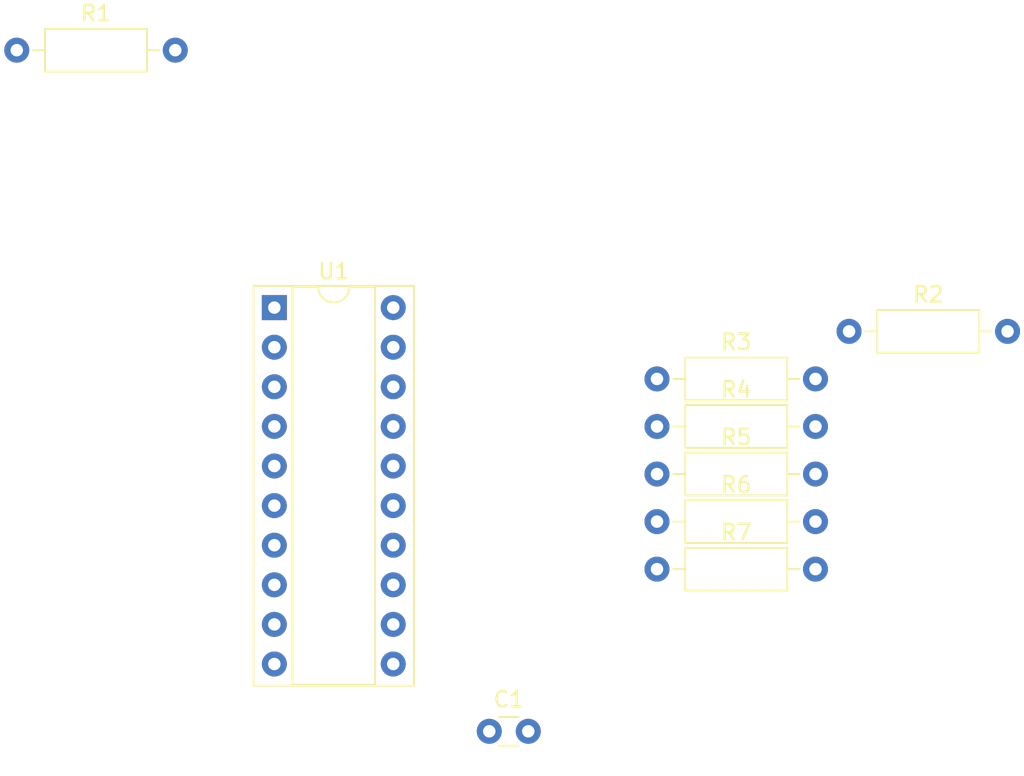
<source format=kicad_pcb>
(kicad_pcb (version 20171130) (host pcbnew 5.0.2-bee76a0~70~ubuntu18.04.1)

  (general
    (thickness 1.6)
    (drawings 0)
    (tracks 0)
    (zones 0)
    (modules 9)
    (nets 1)
  )

  (page A4)
  (layers
    (0 F.Cu signal)
    (31 B.Cu signal)
    (32 B.Adhes user)
    (33 F.Adhes user)
    (34 B.Paste user)
    (35 F.Paste user)
    (36 B.SilkS user)
    (37 F.SilkS user)
    (38 B.Mask user)
    (39 F.Mask user)
    (40 Dwgs.User user)
    (41 Cmts.User user)
    (42 Eco1.User user)
    (43 Eco2.User user)
    (44 Edge.Cuts user)
    (45 Margin user)
    (46 B.CrtYd user)
    (47 F.CrtYd user)
    (48 B.Fab user)
    (49 F.Fab user)
  )

  (setup
    (last_trace_width 0.25)
    (trace_clearance 0.2)
    (zone_clearance 0.508)
    (zone_45_only no)
    (trace_min 0.2)
    (segment_width 0.2)
    (edge_width 0.15)
    (via_size 0.8)
    (via_drill 0.4)
    (via_min_size 0.4)
    (via_min_drill 0.3)
    (uvia_size 0.3)
    (uvia_drill 0.1)
    (uvias_allowed no)
    (uvia_min_size 0.2)
    (uvia_min_drill 0.1)
    (pcb_text_width 0.3)
    (pcb_text_size 1.5 1.5)
    (mod_edge_width 0.15)
    (mod_text_size 1 1)
    (mod_text_width 0.15)
    (pad_size 1.524 1.524)
    (pad_drill 0.762)
    (pad_to_mask_clearance 0.051)
    (solder_mask_min_width 0.25)
    (aux_axis_origin 0 0)
    (visible_elements FFFFFF7F)
    (pcbplotparams
      (layerselection 0x010fc_ffffffff)
      (usegerberextensions false)
      (usegerberattributes false)
      (usegerberadvancedattributes false)
      (creategerberjobfile false)
      (excludeedgelayer true)
      (linewidth 0.100000)
      (plotframeref false)
      (viasonmask false)
      (mode 1)
      (useauxorigin false)
      (hpglpennumber 1)
      (hpglpenspeed 20)
      (hpglpendiameter 15.000000)
      (psnegative false)
      (psa4output false)
      (plotreference true)
      (plotvalue true)
      (plotinvisibletext false)
      (padsonsilk false)
      (subtractmaskfromsilk false)
      (outputformat 1)
      (mirror false)
      (drillshape 1)
      (scaleselection 1)
      (outputdirectory ""))
  )

  (net 0 "")

  (net_class Default "This is the default net class."
    (clearance 0.2)
    (trace_width 0.25)
    (via_dia 0.8)
    (via_drill 0.4)
    (uvia_dia 0.3)
    (uvia_drill 0.1)
  )

  (module Capacitor_THT:C_Disc_D3.0mm_W1.6mm_P2.50mm (layer F.Cu) (tedit 5AE50EF0) (tstamp 61788508)
    (at 128.075001 107.185001)
    (descr "C, Disc series, Radial, pin pitch=2.50mm, , diameter*width=3.0*1.6mm^2, Capacitor, http://www.vishay.com/docs/45233/krseries.pdf")
    (tags "C Disc series Radial pin pitch 2.50mm  diameter 3.0mm width 1.6mm Capacitor")
    (path /616C2198)
    (fp_text reference C1 (at 1.25 -2.05) (layer F.SilkS)
      (effects (font (size 1 1) (thickness 0.15)))
    )
    (fp_text value C (at 1.25 2.05) (layer F.Fab)
      (effects (font (size 1 1) (thickness 0.15)))
    )
    (fp_line (start -0.25 -0.8) (end -0.25 0.8) (layer F.Fab) (width 0.1))
    (fp_line (start -0.25 0.8) (end 2.75 0.8) (layer F.Fab) (width 0.1))
    (fp_line (start 2.75 0.8) (end 2.75 -0.8) (layer F.Fab) (width 0.1))
    (fp_line (start 2.75 -0.8) (end -0.25 -0.8) (layer F.Fab) (width 0.1))
    (fp_line (start 0.621 -0.92) (end 1.879 -0.92) (layer F.SilkS) (width 0.12))
    (fp_line (start 0.621 0.92) (end 1.879 0.92) (layer F.SilkS) (width 0.12))
    (fp_line (start -1.05 -1.05) (end -1.05 1.05) (layer F.CrtYd) (width 0.05))
    (fp_line (start -1.05 1.05) (end 3.55 1.05) (layer F.CrtYd) (width 0.05))
    (fp_line (start 3.55 1.05) (end 3.55 -1.05) (layer F.CrtYd) (width 0.05))
    (fp_line (start 3.55 -1.05) (end -1.05 -1.05) (layer F.CrtYd) (width 0.05))
    (fp_text user %R (at 1.25 0) (layer F.Fab)
      (effects (font (size 0.6 0.6) (thickness 0.09)))
    )
    (pad 1 thru_hole circle (at 0 0) (size 1.6 1.6) (drill 0.8) (layers *.Cu *.Mask))
    (pad 2 thru_hole circle (at 2.5 0) (size 1.6 1.6) (drill 0.8) (layers *.Cu *.Mask))
    (model ${KISYS3DMOD}/Capacitor_THT.3dshapes/C_Disc_D3.0mm_W1.6mm_P2.50mm.wrl
      (at (xyz 0 0 0))
      (scale (xyz 1 1 1))
      (rotate (xyz 0 0 0))
    )
  )

  (module Resistor_THT:R_Axial_DIN0207_L6.3mm_D2.5mm_P10.16mm_Horizontal (layer F.Cu) (tedit 5AE5139B) (tstamp 6178851F)
    (at 97.79 63.5)
    (descr "Resistor, Axial_DIN0207 series, Axial, Horizontal, pin pitch=10.16mm, 0.25W = 1/4W, length*diameter=6.3*2.5mm^2, http://cdn-reichelt.de/documents/datenblatt/B400/1_4W%23YAG.pdf")
    (tags "Resistor Axial_DIN0207 series Axial Horizontal pin pitch 10.16mm 0.25W = 1/4W length 6.3mm diameter 2.5mm")
    (path /616C4034)
    (fp_text reference R1 (at 5.08 -2.37) (layer F.SilkS)
      (effects (font (size 1 1) (thickness 0.15)))
    )
    (fp_text value R (at 5.08 2.37) (layer F.Fab)
      (effects (font (size 1 1) (thickness 0.15)))
    )
    (fp_line (start 1.93 -1.25) (end 1.93 1.25) (layer F.Fab) (width 0.1))
    (fp_line (start 1.93 1.25) (end 8.23 1.25) (layer F.Fab) (width 0.1))
    (fp_line (start 8.23 1.25) (end 8.23 -1.25) (layer F.Fab) (width 0.1))
    (fp_line (start 8.23 -1.25) (end 1.93 -1.25) (layer F.Fab) (width 0.1))
    (fp_line (start 0 0) (end 1.93 0) (layer F.Fab) (width 0.1))
    (fp_line (start 10.16 0) (end 8.23 0) (layer F.Fab) (width 0.1))
    (fp_line (start 1.81 -1.37) (end 1.81 1.37) (layer F.SilkS) (width 0.12))
    (fp_line (start 1.81 1.37) (end 8.35 1.37) (layer F.SilkS) (width 0.12))
    (fp_line (start 8.35 1.37) (end 8.35 -1.37) (layer F.SilkS) (width 0.12))
    (fp_line (start 8.35 -1.37) (end 1.81 -1.37) (layer F.SilkS) (width 0.12))
    (fp_line (start 1.04 0) (end 1.81 0) (layer F.SilkS) (width 0.12))
    (fp_line (start 9.12 0) (end 8.35 0) (layer F.SilkS) (width 0.12))
    (fp_line (start -1.05 -1.5) (end -1.05 1.5) (layer F.CrtYd) (width 0.05))
    (fp_line (start -1.05 1.5) (end 11.21 1.5) (layer F.CrtYd) (width 0.05))
    (fp_line (start 11.21 1.5) (end 11.21 -1.5) (layer F.CrtYd) (width 0.05))
    (fp_line (start 11.21 -1.5) (end -1.05 -1.5) (layer F.CrtYd) (width 0.05))
    (fp_text user %R (at 5.08 0) (layer F.Fab)
      (effects (font (size 1 1) (thickness 0.15)))
    )
    (pad 1 thru_hole circle (at 0 0) (size 1.6 1.6) (drill 0.8) (layers *.Cu *.Mask))
    (pad 2 thru_hole oval (at 10.16 0) (size 1.6 1.6) (drill 0.8) (layers *.Cu *.Mask))
    (model ${KISYS3DMOD}/Resistor_THT.3dshapes/R_Axial_DIN0207_L6.3mm_D2.5mm_P10.16mm_Horizontal.wrl
      (at (xyz 0 0 0))
      (scale (xyz 1 1 1))
      (rotate (xyz 0 0 0))
    )
  )

  (module Resistor_THT:R_Axial_DIN0207_L6.3mm_D2.5mm_P10.16mm_Horizontal (layer F.Cu) (tedit 5AE5139B) (tstamp 61788536)
    (at 151.135001 81.535001)
    (descr "Resistor, Axial_DIN0207 series, Axial, Horizontal, pin pitch=10.16mm, 0.25W = 1/4W, length*diameter=6.3*2.5mm^2, http://cdn-reichelt.de/documents/datenblatt/B400/1_4W%23YAG.pdf")
    (tags "Resistor Axial_DIN0207 series Axial Horizontal pin pitch 10.16mm 0.25W = 1/4W length 6.3mm diameter 2.5mm")
    (path /616C4873)
    (fp_text reference R2 (at 5.08 -2.37) (layer F.SilkS)
      (effects (font (size 1 1) (thickness 0.15)))
    )
    (fp_text value R (at 5.08 2.37) (layer F.Fab)
      (effects (font (size 1 1) (thickness 0.15)))
    )
    (fp_line (start 1.93 -1.25) (end 1.93 1.25) (layer F.Fab) (width 0.1))
    (fp_line (start 1.93 1.25) (end 8.23 1.25) (layer F.Fab) (width 0.1))
    (fp_line (start 8.23 1.25) (end 8.23 -1.25) (layer F.Fab) (width 0.1))
    (fp_line (start 8.23 -1.25) (end 1.93 -1.25) (layer F.Fab) (width 0.1))
    (fp_line (start 0 0) (end 1.93 0) (layer F.Fab) (width 0.1))
    (fp_line (start 10.16 0) (end 8.23 0) (layer F.Fab) (width 0.1))
    (fp_line (start 1.81 -1.37) (end 1.81 1.37) (layer F.SilkS) (width 0.12))
    (fp_line (start 1.81 1.37) (end 8.35 1.37) (layer F.SilkS) (width 0.12))
    (fp_line (start 8.35 1.37) (end 8.35 -1.37) (layer F.SilkS) (width 0.12))
    (fp_line (start 8.35 -1.37) (end 1.81 -1.37) (layer F.SilkS) (width 0.12))
    (fp_line (start 1.04 0) (end 1.81 0) (layer F.SilkS) (width 0.12))
    (fp_line (start 9.12 0) (end 8.35 0) (layer F.SilkS) (width 0.12))
    (fp_line (start -1.05 -1.5) (end -1.05 1.5) (layer F.CrtYd) (width 0.05))
    (fp_line (start -1.05 1.5) (end 11.21 1.5) (layer F.CrtYd) (width 0.05))
    (fp_line (start 11.21 1.5) (end 11.21 -1.5) (layer F.CrtYd) (width 0.05))
    (fp_line (start 11.21 -1.5) (end -1.05 -1.5) (layer F.CrtYd) (width 0.05))
    (fp_text user %R (at 5.08 0) (layer F.Fab)
      (effects (font (size 1 1) (thickness 0.15)))
    )
    (pad 1 thru_hole circle (at 0 0) (size 1.6 1.6) (drill 0.8) (layers *.Cu *.Mask))
    (pad 2 thru_hole oval (at 10.16 0) (size 1.6 1.6) (drill 0.8) (layers *.Cu *.Mask))
    (model ${KISYS3DMOD}/Resistor_THT.3dshapes/R_Axial_DIN0207_L6.3mm_D2.5mm_P10.16mm_Horizontal.wrl
      (at (xyz 0 0 0))
      (scale (xyz 1 1 1))
      (rotate (xyz 0 0 0))
    )
  )

  (module Resistor_THT:R_Axial_DIN0207_L6.3mm_D2.5mm_P10.16mm_Horizontal (layer F.Cu) (tedit 5AE5139B) (tstamp 6178854D)
    (at 138.825001 84.585001)
    (descr "Resistor, Axial_DIN0207 series, Axial, Horizontal, pin pitch=10.16mm, 0.25W = 1/4W, length*diameter=6.3*2.5mm^2, http://cdn-reichelt.de/documents/datenblatt/B400/1_4W%23YAG.pdf")
    (tags "Resistor Axial_DIN0207 series Axial Horizontal pin pitch 10.16mm 0.25W = 1/4W length 6.3mm diameter 2.5mm")
    (path /616C456E)
    (fp_text reference R3 (at 5.08 -2.37) (layer F.SilkS)
      (effects (font (size 1 1) (thickness 0.15)))
    )
    (fp_text value R (at 5.08 2.37) (layer F.Fab)
      (effects (font (size 1 1) (thickness 0.15)))
    )
    (fp_text user %R (at 5.08 0) (layer F.Fab)
      (effects (font (size 1 1) (thickness 0.15)))
    )
    (fp_line (start 11.21 -1.5) (end -1.05 -1.5) (layer F.CrtYd) (width 0.05))
    (fp_line (start 11.21 1.5) (end 11.21 -1.5) (layer F.CrtYd) (width 0.05))
    (fp_line (start -1.05 1.5) (end 11.21 1.5) (layer F.CrtYd) (width 0.05))
    (fp_line (start -1.05 -1.5) (end -1.05 1.5) (layer F.CrtYd) (width 0.05))
    (fp_line (start 9.12 0) (end 8.35 0) (layer F.SilkS) (width 0.12))
    (fp_line (start 1.04 0) (end 1.81 0) (layer F.SilkS) (width 0.12))
    (fp_line (start 8.35 -1.37) (end 1.81 -1.37) (layer F.SilkS) (width 0.12))
    (fp_line (start 8.35 1.37) (end 8.35 -1.37) (layer F.SilkS) (width 0.12))
    (fp_line (start 1.81 1.37) (end 8.35 1.37) (layer F.SilkS) (width 0.12))
    (fp_line (start 1.81 -1.37) (end 1.81 1.37) (layer F.SilkS) (width 0.12))
    (fp_line (start 10.16 0) (end 8.23 0) (layer F.Fab) (width 0.1))
    (fp_line (start 0 0) (end 1.93 0) (layer F.Fab) (width 0.1))
    (fp_line (start 8.23 -1.25) (end 1.93 -1.25) (layer F.Fab) (width 0.1))
    (fp_line (start 8.23 1.25) (end 8.23 -1.25) (layer F.Fab) (width 0.1))
    (fp_line (start 1.93 1.25) (end 8.23 1.25) (layer F.Fab) (width 0.1))
    (fp_line (start 1.93 -1.25) (end 1.93 1.25) (layer F.Fab) (width 0.1))
    (pad 2 thru_hole oval (at 10.16 0) (size 1.6 1.6) (drill 0.8) (layers *.Cu *.Mask))
    (pad 1 thru_hole circle (at 0 0) (size 1.6 1.6) (drill 0.8) (layers *.Cu *.Mask))
    (model ${KISYS3DMOD}/Resistor_THT.3dshapes/R_Axial_DIN0207_L6.3mm_D2.5mm_P10.16mm_Horizontal.wrl
      (at (xyz 0 0 0))
      (scale (xyz 1 1 1))
      (rotate (xyz 0 0 0))
    )
  )

  (module Resistor_THT:R_Axial_DIN0207_L6.3mm_D2.5mm_P10.16mm_Horizontal (layer F.Cu) (tedit 5AE5139B) (tstamp 61788564)
    (at 138.825001 87.635001)
    (descr "Resistor, Axial_DIN0207 series, Axial, Horizontal, pin pitch=10.16mm, 0.25W = 1/4W, length*diameter=6.3*2.5mm^2, http://cdn-reichelt.de/documents/datenblatt/B400/1_4W%23YAG.pdf")
    (tags "Resistor Axial_DIN0207 series Axial Horizontal pin pitch 10.16mm 0.25W = 1/4W length 6.3mm diameter 2.5mm")
    (path /616C3971)
    (fp_text reference R4 (at 5.08 -2.37) (layer F.SilkS)
      (effects (font (size 1 1) (thickness 0.15)))
    )
    (fp_text value R (at 5.08 2.37) (layer F.Fab)
      (effects (font (size 1 1) (thickness 0.15)))
    )
    (fp_line (start 1.93 -1.25) (end 1.93 1.25) (layer F.Fab) (width 0.1))
    (fp_line (start 1.93 1.25) (end 8.23 1.25) (layer F.Fab) (width 0.1))
    (fp_line (start 8.23 1.25) (end 8.23 -1.25) (layer F.Fab) (width 0.1))
    (fp_line (start 8.23 -1.25) (end 1.93 -1.25) (layer F.Fab) (width 0.1))
    (fp_line (start 0 0) (end 1.93 0) (layer F.Fab) (width 0.1))
    (fp_line (start 10.16 0) (end 8.23 0) (layer F.Fab) (width 0.1))
    (fp_line (start 1.81 -1.37) (end 1.81 1.37) (layer F.SilkS) (width 0.12))
    (fp_line (start 1.81 1.37) (end 8.35 1.37) (layer F.SilkS) (width 0.12))
    (fp_line (start 8.35 1.37) (end 8.35 -1.37) (layer F.SilkS) (width 0.12))
    (fp_line (start 8.35 -1.37) (end 1.81 -1.37) (layer F.SilkS) (width 0.12))
    (fp_line (start 1.04 0) (end 1.81 0) (layer F.SilkS) (width 0.12))
    (fp_line (start 9.12 0) (end 8.35 0) (layer F.SilkS) (width 0.12))
    (fp_line (start -1.05 -1.5) (end -1.05 1.5) (layer F.CrtYd) (width 0.05))
    (fp_line (start -1.05 1.5) (end 11.21 1.5) (layer F.CrtYd) (width 0.05))
    (fp_line (start 11.21 1.5) (end 11.21 -1.5) (layer F.CrtYd) (width 0.05))
    (fp_line (start 11.21 -1.5) (end -1.05 -1.5) (layer F.CrtYd) (width 0.05))
    (fp_text user %R (at 5.08 0) (layer F.Fab)
      (effects (font (size 1 1) (thickness 0.15)))
    )
    (pad 1 thru_hole circle (at 0 0) (size 1.6 1.6) (drill 0.8) (layers *.Cu *.Mask))
    (pad 2 thru_hole oval (at 10.16 0) (size 1.6 1.6) (drill 0.8) (layers *.Cu *.Mask))
    (model ${KISYS3DMOD}/Resistor_THT.3dshapes/R_Axial_DIN0207_L6.3mm_D2.5mm_P10.16mm_Horizontal.wrl
      (at (xyz 0 0 0))
      (scale (xyz 1 1 1))
      (rotate (xyz 0 0 0))
    )
  )

  (module Resistor_THT:R_Axial_DIN0207_L6.3mm_D2.5mm_P10.16mm_Horizontal (layer F.Cu) (tedit 5AE5139B) (tstamp 6178857B)
    (at 138.825001 90.685001)
    (descr "Resistor, Axial_DIN0207 series, Axial, Horizontal, pin pitch=10.16mm, 0.25W = 1/4W, length*diameter=6.3*2.5mm^2, http://cdn-reichelt.de/documents/datenblatt/B400/1_4W%23YAG.pdf")
    (tags "Resistor Axial_DIN0207 series Axial Horizontal pin pitch 10.16mm 0.25W = 1/4W length 6.3mm diameter 2.5mm")
    (path /616C3A41)
    (fp_text reference R5 (at 5.08 -2.37) (layer F.SilkS)
      (effects (font (size 1 1) (thickness 0.15)))
    )
    (fp_text value R (at 5.08 2.37) (layer F.Fab)
      (effects (font (size 1 1) (thickness 0.15)))
    )
    (fp_text user %R (at 5.08 0) (layer F.Fab)
      (effects (font (size 1 1) (thickness 0.15)))
    )
    (fp_line (start 11.21 -1.5) (end -1.05 -1.5) (layer F.CrtYd) (width 0.05))
    (fp_line (start 11.21 1.5) (end 11.21 -1.5) (layer F.CrtYd) (width 0.05))
    (fp_line (start -1.05 1.5) (end 11.21 1.5) (layer F.CrtYd) (width 0.05))
    (fp_line (start -1.05 -1.5) (end -1.05 1.5) (layer F.CrtYd) (width 0.05))
    (fp_line (start 9.12 0) (end 8.35 0) (layer F.SilkS) (width 0.12))
    (fp_line (start 1.04 0) (end 1.81 0) (layer F.SilkS) (width 0.12))
    (fp_line (start 8.35 -1.37) (end 1.81 -1.37) (layer F.SilkS) (width 0.12))
    (fp_line (start 8.35 1.37) (end 8.35 -1.37) (layer F.SilkS) (width 0.12))
    (fp_line (start 1.81 1.37) (end 8.35 1.37) (layer F.SilkS) (width 0.12))
    (fp_line (start 1.81 -1.37) (end 1.81 1.37) (layer F.SilkS) (width 0.12))
    (fp_line (start 10.16 0) (end 8.23 0) (layer F.Fab) (width 0.1))
    (fp_line (start 0 0) (end 1.93 0) (layer F.Fab) (width 0.1))
    (fp_line (start 8.23 -1.25) (end 1.93 -1.25) (layer F.Fab) (width 0.1))
    (fp_line (start 8.23 1.25) (end 8.23 -1.25) (layer F.Fab) (width 0.1))
    (fp_line (start 1.93 1.25) (end 8.23 1.25) (layer F.Fab) (width 0.1))
    (fp_line (start 1.93 -1.25) (end 1.93 1.25) (layer F.Fab) (width 0.1))
    (pad 2 thru_hole oval (at 10.16 0) (size 1.6 1.6) (drill 0.8) (layers *.Cu *.Mask))
    (pad 1 thru_hole circle (at 0 0) (size 1.6 1.6) (drill 0.8) (layers *.Cu *.Mask))
    (model ${KISYS3DMOD}/Resistor_THT.3dshapes/R_Axial_DIN0207_L6.3mm_D2.5mm_P10.16mm_Horizontal.wrl
      (at (xyz 0 0 0))
      (scale (xyz 1 1 1))
      (rotate (xyz 0 0 0))
    )
  )

  (module Resistor_THT:R_Axial_DIN0207_L6.3mm_D2.5mm_P10.16mm_Horizontal (layer F.Cu) (tedit 5AE5139B) (tstamp 61788592)
    (at 138.825001 93.735001)
    (descr "Resistor, Axial_DIN0207 series, Axial, Horizontal, pin pitch=10.16mm, 0.25W = 1/4W, length*diameter=6.3*2.5mm^2, http://cdn-reichelt.de/documents/datenblatt/B400/1_4W%23YAG.pdf")
    (tags "Resistor Axial_DIN0207 series Axial Horizontal pin pitch 10.16mm 0.25W = 1/4W length 6.3mm diameter 2.5mm")
    (path /616C3E9D)
    (fp_text reference R6 (at 5.08 -2.37) (layer F.SilkS)
      (effects (font (size 1 1) (thickness 0.15)))
    )
    (fp_text value R (at 5.08 2.37) (layer F.Fab)
      (effects (font (size 1 1) (thickness 0.15)))
    )
    (fp_line (start 1.93 -1.25) (end 1.93 1.25) (layer F.Fab) (width 0.1))
    (fp_line (start 1.93 1.25) (end 8.23 1.25) (layer F.Fab) (width 0.1))
    (fp_line (start 8.23 1.25) (end 8.23 -1.25) (layer F.Fab) (width 0.1))
    (fp_line (start 8.23 -1.25) (end 1.93 -1.25) (layer F.Fab) (width 0.1))
    (fp_line (start 0 0) (end 1.93 0) (layer F.Fab) (width 0.1))
    (fp_line (start 10.16 0) (end 8.23 0) (layer F.Fab) (width 0.1))
    (fp_line (start 1.81 -1.37) (end 1.81 1.37) (layer F.SilkS) (width 0.12))
    (fp_line (start 1.81 1.37) (end 8.35 1.37) (layer F.SilkS) (width 0.12))
    (fp_line (start 8.35 1.37) (end 8.35 -1.37) (layer F.SilkS) (width 0.12))
    (fp_line (start 8.35 -1.37) (end 1.81 -1.37) (layer F.SilkS) (width 0.12))
    (fp_line (start 1.04 0) (end 1.81 0) (layer F.SilkS) (width 0.12))
    (fp_line (start 9.12 0) (end 8.35 0) (layer F.SilkS) (width 0.12))
    (fp_line (start -1.05 -1.5) (end -1.05 1.5) (layer F.CrtYd) (width 0.05))
    (fp_line (start -1.05 1.5) (end 11.21 1.5) (layer F.CrtYd) (width 0.05))
    (fp_line (start 11.21 1.5) (end 11.21 -1.5) (layer F.CrtYd) (width 0.05))
    (fp_line (start 11.21 -1.5) (end -1.05 -1.5) (layer F.CrtYd) (width 0.05))
    (fp_text user %R (at 5.08 0) (layer F.Fab)
      (effects (font (size 1 1) (thickness 0.15)))
    )
    (pad 1 thru_hole circle (at 0 0) (size 1.6 1.6) (drill 0.8) (layers *.Cu *.Mask))
    (pad 2 thru_hole oval (at 10.16 0) (size 1.6 1.6) (drill 0.8) (layers *.Cu *.Mask))
    (model ${KISYS3DMOD}/Resistor_THT.3dshapes/R_Axial_DIN0207_L6.3mm_D2.5mm_P10.16mm_Horizontal.wrl
      (at (xyz 0 0 0))
      (scale (xyz 1 1 1))
      (rotate (xyz 0 0 0))
    )
  )

  (module Resistor_THT:R_Axial_DIN0207_L6.3mm_D2.5mm_P10.16mm_Horizontal (layer F.Cu) (tedit 5AE5139B) (tstamp 617885A9)
    (at 138.825001 96.785001)
    (descr "Resistor, Axial_DIN0207 series, Axial, Horizontal, pin pitch=10.16mm, 0.25W = 1/4W, length*diameter=6.3*2.5mm^2, http://cdn-reichelt.de/documents/datenblatt/B400/1_4W%23YAG.pdf")
    (tags "Resistor Axial_DIN0207 series Axial Horizontal pin pitch 10.16mm 0.25W = 1/4W length 6.3mm diameter 2.5mm")
    (path /616C3F46)
    (fp_text reference R7 (at 5.08 -2.37) (layer F.SilkS)
      (effects (font (size 1 1) (thickness 0.15)))
    )
    (fp_text value R (at 5.08 2.37) (layer F.Fab)
      (effects (font (size 1 1) (thickness 0.15)))
    )
    (fp_text user %R (at 5.08 0) (layer F.Fab)
      (effects (font (size 1 1) (thickness 0.15)))
    )
    (fp_line (start 11.21 -1.5) (end -1.05 -1.5) (layer F.CrtYd) (width 0.05))
    (fp_line (start 11.21 1.5) (end 11.21 -1.5) (layer F.CrtYd) (width 0.05))
    (fp_line (start -1.05 1.5) (end 11.21 1.5) (layer F.CrtYd) (width 0.05))
    (fp_line (start -1.05 -1.5) (end -1.05 1.5) (layer F.CrtYd) (width 0.05))
    (fp_line (start 9.12 0) (end 8.35 0) (layer F.SilkS) (width 0.12))
    (fp_line (start 1.04 0) (end 1.81 0) (layer F.SilkS) (width 0.12))
    (fp_line (start 8.35 -1.37) (end 1.81 -1.37) (layer F.SilkS) (width 0.12))
    (fp_line (start 8.35 1.37) (end 8.35 -1.37) (layer F.SilkS) (width 0.12))
    (fp_line (start 1.81 1.37) (end 8.35 1.37) (layer F.SilkS) (width 0.12))
    (fp_line (start 1.81 -1.37) (end 1.81 1.37) (layer F.SilkS) (width 0.12))
    (fp_line (start 10.16 0) (end 8.23 0) (layer F.Fab) (width 0.1))
    (fp_line (start 0 0) (end 1.93 0) (layer F.Fab) (width 0.1))
    (fp_line (start 8.23 -1.25) (end 1.93 -1.25) (layer F.Fab) (width 0.1))
    (fp_line (start 8.23 1.25) (end 8.23 -1.25) (layer F.Fab) (width 0.1))
    (fp_line (start 1.93 1.25) (end 8.23 1.25) (layer F.Fab) (width 0.1))
    (fp_line (start 1.93 -1.25) (end 1.93 1.25) (layer F.Fab) (width 0.1))
    (pad 2 thru_hole oval (at 10.16 0) (size 1.6 1.6) (drill 0.8) (layers *.Cu *.Mask))
    (pad 1 thru_hole circle (at 0 0) (size 1.6 1.6) (drill 0.8) (layers *.Cu *.Mask))
    (model ${KISYS3DMOD}/Resistor_THT.3dshapes/R_Axial_DIN0207_L6.3mm_D2.5mm_P10.16mm_Horizontal.wrl
      (at (xyz 0 0 0))
      (scale (xyz 1 1 1))
      (rotate (xyz 0 0 0))
    )
  )

  (module Package_DIP:DIP-20_W7.62mm_Socket (layer F.Cu) (tedit 5A02E8C5) (tstamp 61788849)
    (at 114.3 80.01)
    (descr "20-lead though-hole mounted DIP package, row spacing 7.62 mm (300 mils), Socket")
    (tags "THT DIP DIL PDIP 2.54mm 7.62mm 300mil Socket")
    (path /616C1FC2)
    (fp_text reference U1 (at 3.81 -2.33) (layer F.SilkS)
      (effects (font (size 1 1) (thickness 0.15)))
    )
    (fp_text value PIC16F690-IP (at 3.81 25.19) (layer F.Fab)
      (effects (font (size 1 1) (thickness 0.15)))
    )
    (fp_arc (start 3.81 -1.33) (end 2.81 -1.33) (angle -180) (layer F.SilkS) (width 0.12))
    (fp_line (start 1.635 -1.27) (end 6.985 -1.27) (layer F.Fab) (width 0.1))
    (fp_line (start 6.985 -1.27) (end 6.985 24.13) (layer F.Fab) (width 0.1))
    (fp_line (start 6.985 24.13) (end 0.635 24.13) (layer F.Fab) (width 0.1))
    (fp_line (start 0.635 24.13) (end 0.635 -0.27) (layer F.Fab) (width 0.1))
    (fp_line (start 0.635 -0.27) (end 1.635 -1.27) (layer F.Fab) (width 0.1))
    (fp_line (start -1.27 -1.33) (end -1.27 24.19) (layer F.Fab) (width 0.1))
    (fp_line (start -1.27 24.19) (end 8.89 24.19) (layer F.Fab) (width 0.1))
    (fp_line (start 8.89 24.19) (end 8.89 -1.33) (layer F.Fab) (width 0.1))
    (fp_line (start 8.89 -1.33) (end -1.27 -1.33) (layer F.Fab) (width 0.1))
    (fp_line (start 2.81 -1.33) (end 1.16 -1.33) (layer F.SilkS) (width 0.12))
    (fp_line (start 1.16 -1.33) (end 1.16 24.19) (layer F.SilkS) (width 0.12))
    (fp_line (start 1.16 24.19) (end 6.46 24.19) (layer F.SilkS) (width 0.12))
    (fp_line (start 6.46 24.19) (end 6.46 -1.33) (layer F.SilkS) (width 0.12))
    (fp_line (start 6.46 -1.33) (end 4.81 -1.33) (layer F.SilkS) (width 0.12))
    (fp_line (start -1.33 -1.39) (end -1.33 24.25) (layer F.SilkS) (width 0.12))
    (fp_line (start -1.33 24.25) (end 8.95 24.25) (layer F.SilkS) (width 0.12))
    (fp_line (start 8.95 24.25) (end 8.95 -1.39) (layer F.SilkS) (width 0.12))
    (fp_line (start 8.95 -1.39) (end -1.33 -1.39) (layer F.SilkS) (width 0.12))
    (fp_line (start -1.55 -1.6) (end -1.55 24.45) (layer F.CrtYd) (width 0.05))
    (fp_line (start -1.55 24.45) (end 9.15 24.45) (layer F.CrtYd) (width 0.05))
    (fp_line (start 9.15 24.45) (end 9.15 -1.6) (layer F.CrtYd) (width 0.05))
    (fp_line (start 9.15 -1.6) (end -1.55 -1.6) (layer F.CrtYd) (width 0.05))
    (fp_text user %R (at 3.81 11.43) (layer F.Fab)
      (effects (font (size 1 1) (thickness 0.15)))
    )
    (pad 1 thru_hole rect (at 0 0) (size 1.6 1.6) (drill 0.8) (layers *.Cu *.Mask))
    (pad 11 thru_hole oval (at 7.62 22.86) (size 1.6 1.6) (drill 0.8) (layers *.Cu *.Mask))
    (pad 2 thru_hole oval (at 0 2.54) (size 1.6 1.6) (drill 0.8) (layers *.Cu *.Mask))
    (pad 12 thru_hole oval (at 7.62 20.32) (size 1.6 1.6) (drill 0.8) (layers *.Cu *.Mask))
    (pad 3 thru_hole oval (at 0 5.08) (size 1.6 1.6) (drill 0.8) (layers *.Cu *.Mask))
    (pad 13 thru_hole oval (at 7.62 17.78) (size 1.6 1.6) (drill 0.8) (layers *.Cu *.Mask))
    (pad 4 thru_hole oval (at 0 7.62) (size 1.6 1.6) (drill 0.8) (layers *.Cu *.Mask))
    (pad 14 thru_hole oval (at 7.62 15.24) (size 1.6 1.6) (drill 0.8) (layers *.Cu *.Mask))
    (pad 5 thru_hole oval (at 0 10.16) (size 1.6 1.6) (drill 0.8) (layers *.Cu *.Mask))
    (pad 15 thru_hole oval (at 7.62 12.7) (size 1.6 1.6) (drill 0.8) (layers *.Cu *.Mask))
    (pad 6 thru_hole oval (at 0 12.7) (size 1.6 1.6) (drill 0.8) (layers *.Cu *.Mask))
    (pad 16 thru_hole oval (at 7.62 10.16) (size 1.6 1.6) (drill 0.8) (layers *.Cu *.Mask))
    (pad 7 thru_hole oval (at 0 15.24) (size 1.6 1.6) (drill 0.8) (layers *.Cu *.Mask))
    (pad 17 thru_hole oval (at 7.62 7.62) (size 1.6 1.6) (drill 0.8) (layers *.Cu *.Mask))
    (pad 8 thru_hole oval (at 0 17.78) (size 1.6 1.6) (drill 0.8) (layers *.Cu *.Mask))
    (pad 18 thru_hole oval (at 7.62 5.08) (size 1.6 1.6) (drill 0.8) (layers *.Cu *.Mask))
    (pad 9 thru_hole oval (at 0 20.32) (size 1.6 1.6) (drill 0.8) (layers *.Cu *.Mask))
    (pad 19 thru_hole oval (at 7.62 2.54) (size 1.6 1.6) (drill 0.8) (layers *.Cu *.Mask))
    (pad 10 thru_hole oval (at 0 22.86) (size 1.6 1.6) (drill 0.8) (layers *.Cu *.Mask))
    (pad 20 thru_hole oval (at 7.62 0) (size 1.6 1.6) (drill 0.8) (layers *.Cu *.Mask))
    (model ${KISYS3DMOD}/Package_DIP.3dshapes/DIP-20_W7.62mm_Socket.wrl
      (at (xyz 0 0 0))
      (scale (xyz 1 1 1))
      (rotate (xyz 0 0 0))
    )
  )

)

</source>
